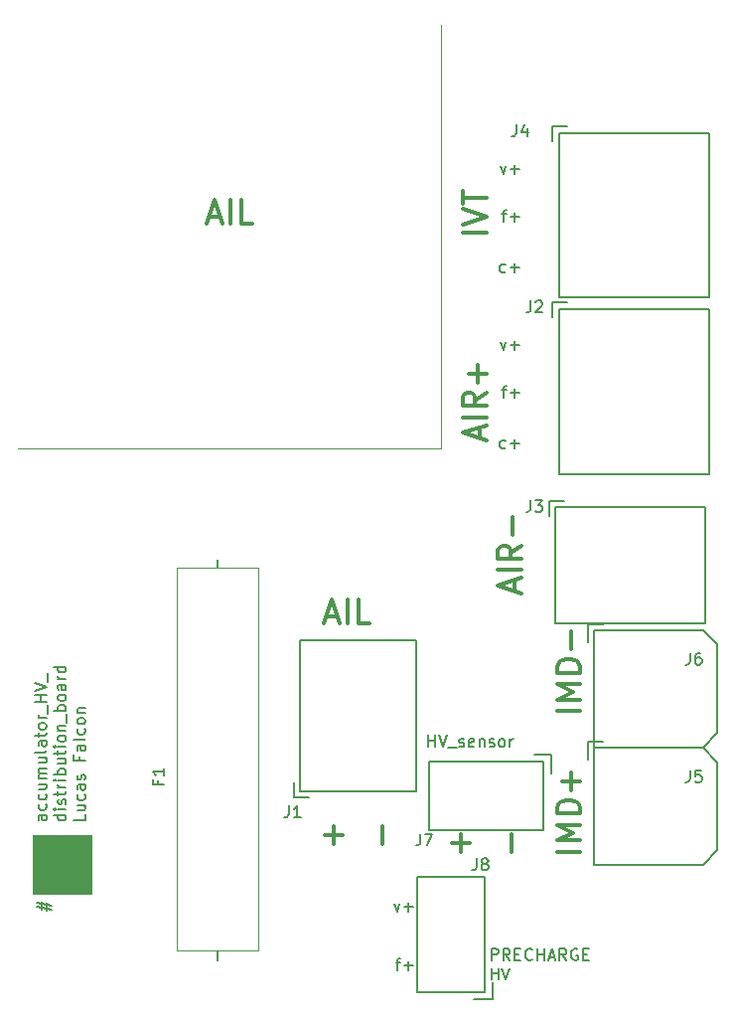
<source format=gbr>
G04 #@! TF.GenerationSoftware,KiCad,Pcbnew,(5.1.4-0)*
G04 #@! TF.CreationDate,2021-06-22T22:46:31+02:00*
G04 #@! TF.ProjectId,accumulator_HV_distribution_board,61636375-6d75-46c6-9174-6f725f48565f,rev?*
G04 #@! TF.SameCoordinates,Original*
G04 #@! TF.FileFunction,Legend,Top*
G04 #@! TF.FilePolarity,Positive*
%FSLAX46Y46*%
G04 Gerber Fmt 4.6, Leading zero omitted, Abs format (unit mm)*
G04 Created by KiCad (PCBNEW (5.1.4-0)) date 2021-06-22 22:46:31*
%MOMM*%
%LPD*%
G04 APERTURE LIST*
%ADD10C,0.300000*%
%ADD11C,0.120000*%
%ADD12C,0.150000*%
%ADD13C,0.100000*%
G04 APERTURE END LIST*
D10*
X131238095Y-56333333D02*
X132190476Y-56333333D01*
X131047619Y-56904761D02*
X131714285Y-54904761D01*
X132380952Y-56904761D01*
X133047619Y-56904761D02*
X133047619Y-54904761D01*
X134952380Y-56904761D02*
X134000000Y-56904761D01*
X134000000Y-54904761D01*
D11*
X151000000Y-76000000D02*
X115000000Y-76000000D01*
X151000000Y-40000000D02*
X151000000Y-76000000D01*
D12*
X156523928Y-75978761D02*
X156428690Y-76026380D01*
X156238214Y-76026380D01*
X156142976Y-75978761D01*
X156095357Y-75931142D01*
X156047738Y-75835904D01*
X156047738Y-75550190D01*
X156095357Y-75454952D01*
X156142976Y-75407333D01*
X156238214Y-75359714D01*
X156428690Y-75359714D01*
X156523928Y-75407333D01*
X156952500Y-75645428D02*
X157714404Y-75645428D01*
X157333452Y-76026380D02*
X157333452Y-75264476D01*
X156095357Y-66977714D02*
X156333452Y-67644380D01*
X156571547Y-66977714D01*
X156952500Y-67263428D02*
X157714404Y-67263428D01*
X157333452Y-67644380D02*
X157333452Y-66882476D01*
X156238214Y-71041714D02*
X156619166Y-71041714D01*
X156381071Y-71708380D02*
X156381071Y-70851238D01*
X156428690Y-70756000D01*
X156523928Y-70708380D01*
X156619166Y-70708380D01*
X156952500Y-71327428D02*
X157714404Y-71327428D01*
X157333452Y-71708380D02*
X157333452Y-70946476D01*
X116985714Y-115309523D02*
X116985714Y-114595238D01*
X116557142Y-115023809D02*
X117842857Y-115309523D01*
X117414285Y-114690476D02*
X117414285Y-115404761D01*
X117842857Y-114976190D02*
X116557142Y-114690476D01*
D13*
G36*
X121200000Y-114000000D02*
G01*
X116200000Y-114000000D01*
X116200000Y-109000000D01*
X121200000Y-109000000D01*
X121200000Y-114000000D01*
G37*
X121200000Y-114000000D02*
X116200000Y-114000000D01*
X116200000Y-109000000D01*
X121200000Y-109000000D01*
X121200000Y-114000000D01*
D10*
X162904761Y-110380952D02*
X160904761Y-110380952D01*
X162904761Y-109428571D02*
X160904761Y-109428571D01*
X162333333Y-108761904D01*
X160904761Y-108095238D01*
X162904761Y-108095238D01*
X162904761Y-107142857D02*
X160904761Y-107142857D01*
X160904761Y-106666666D01*
X161000000Y-106380952D01*
X161190476Y-106190476D01*
X161380952Y-106095238D01*
X161761904Y-106000000D01*
X162047619Y-106000000D01*
X162428571Y-106095238D01*
X162619047Y-106190476D01*
X162809523Y-106380952D01*
X162904761Y-106666666D01*
X162904761Y-107142857D01*
X162142857Y-105142857D02*
X162142857Y-103619047D01*
X162904761Y-104380952D02*
X161380952Y-104380952D01*
D12*
X156523928Y-60978761D02*
X156428690Y-61026380D01*
X156238214Y-61026380D01*
X156142976Y-60978761D01*
X156095357Y-60931142D01*
X156047738Y-60835904D01*
X156047738Y-60550190D01*
X156095357Y-60454952D01*
X156142976Y-60407333D01*
X156238214Y-60359714D01*
X156428690Y-60359714D01*
X156523928Y-60407333D01*
X156952500Y-60645428D02*
X157714404Y-60645428D01*
X157333452Y-61026380D02*
X157333452Y-60264476D01*
X147045357Y-114785714D02*
X147283452Y-115452380D01*
X147521547Y-114785714D01*
X147902500Y-115071428D02*
X148664404Y-115071428D01*
X148283452Y-115452380D02*
X148283452Y-114690476D01*
X147188214Y-119785714D02*
X147569166Y-119785714D01*
X147331071Y-120452380D02*
X147331071Y-119595238D01*
X147378690Y-119500000D01*
X147473928Y-119452380D01*
X147569166Y-119452380D01*
X147902500Y-120071428D02*
X148664404Y-120071428D01*
X148283452Y-120452380D02*
X148283452Y-119690476D01*
D10*
X157057142Y-108838095D02*
X157057142Y-110361904D01*
X152742857Y-110361904D02*
X152742857Y-108838095D01*
X153504761Y-109600000D02*
X151980952Y-109600000D01*
X162904761Y-98380952D02*
X160904761Y-98380952D01*
X162904761Y-97428571D02*
X160904761Y-97428571D01*
X162333333Y-96761904D01*
X160904761Y-96095238D01*
X162904761Y-96095238D01*
X162904761Y-95142857D02*
X160904761Y-95142857D01*
X160904761Y-94666666D01*
X161000000Y-94380952D01*
X161190476Y-94190476D01*
X161380952Y-94095238D01*
X161761904Y-94000000D01*
X162047619Y-94000000D01*
X162428571Y-94095238D01*
X162619047Y-94190476D01*
X162809523Y-94380952D01*
X162904761Y-94666666D01*
X162904761Y-95142857D01*
X162142857Y-93142857D02*
X162142857Y-91619047D01*
D12*
X117402380Y-107235833D02*
X116878571Y-107235833D01*
X116783333Y-107283452D01*
X116735714Y-107378690D01*
X116735714Y-107569166D01*
X116783333Y-107664404D01*
X117354761Y-107235833D02*
X117402380Y-107331071D01*
X117402380Y-107569166D01*
X117354761Y-107664404D01*
X117259523Y-107712023D01*
X117164285Y-107712023D01*
X117069047Y-107664404D01*
X117021428Y-107569166D01*
X117021428Y-107331071D01*
X116973809Y-107235833D01*
X117354761Y-106331071D02*
X117402380Y-106426309D01*
X117402380Y-106616785D01*
X117354761Y-106712023D01*
X117307142Y-106759642D01*
X117211904Y-106807261D01*
X116926190Y-106807261D01*
X116830952Y-106759642D01*
X116783333Y-106712023D01*
X116735714Y-106616785D01*
X116735714Y-106426309D01*
X116783333Y-106331071D01*
X117354761Y-105473928D02*
X117402380Y-105569166D01*
X117402380Y-105759642D01*
X117354761Y-105854880D01*
X117307142Y-105902500D01*
X117211904Y-105950119D01*
X116926190Y-105950119D01*
X116830952Y-105902500D01*
X116783333Y-105854880D01*
X116735714Y-105759642D01*
X116735714Y-105569166D01*
X116783333Y-105473928D01*
X116735714Y-104616785D02*
X117402380Y-104616785D01*
X116735714Y-105045357D02*
X117259523Y-105045357D01*
X117354761Y-104997738D01*
X117402380Y-104902500D01*
X117402380Y-104759642D01*
X117354761Y-104664404D01*
X117307142Y-104616785D01*
X117402380Y-104140595D02*
X116735714Y-104140595D01*
X116830952Y-104140595D02*
X116783333Y-104092976D01*
X116735714Y-103997738D01*
X116735714Y-103854880D01*
X116783333Y-103759642D01*
X116878571Y-103712023D01*
X117402380Y-103712023D01*
X116878571Y-103712023D02*
X116783333Y-103664404D01*
X116735714Y-103569166D01*
X116735714Y-103426309D01*
X116783333Y-103331071D01*
X116878571Y-103283452D01*
X117402380Y-103283452D01*
X116735714Y-102378690D02*
X117402380Y-102378690D01*
X116735714Y-102807261D02*
X117259523Y-102807261D01*
X117354761Y-102759642D01*
X117402380Y-102664404D01*
X117402380Y-102521547D01*
X117354761Y-102426309D01*
X117307142Y-102378690D01*
X117402380Y-101759642D02*
X117354761Y-101854880D01*
X117259523Y-101902500D01*
X116402380Y-101902500D01*
X117402380Y-100950119D02*
X116878571Y-100950119D01*
X116783333Y-100997738D01*
X116735714Y-101092976D01*
X116735714Y-101283452D01*
X116783333Y-101378690D01*
X117354761Y-100950119D02*
X117402380Y-101045357D01*
X117402380Y-101283452D01*
X117354761Y-101378690D01*
X117259523Y-101426309D01*
X117164285Y-101426309D01*
X117069047Y-101378690D01*
X117021428Y-101283452D01*
X117021428Y-101045357D01*
X116973809Y-100950119D01*
X116735714Y-100616785D02*
X116735714Y-100235833D01*
X116402380Y-100473928D02*
X117259523Y-100473928D01*
X117354761Y-100426309D01*
X117402380Y-100331071D01*
X117402380Y-100235833D01*
X117402380Y-99759642D02*
X117354761Y-99854880D01*
X117307142Y-99902500D01*
X117211904Y-99950119D01*
X116926190Y-99950119D01*
X116830952Y-99902500D01*
X116783333Y-99854880D01*
X116735714Y-99759642D01*
X116735714Y-99616785D01*
X116783333Y-99521547D01*
X116830952Y-99473928D01*
X116926190Y-99426309D01*
X117211904Y-99426309D01*
X117307142Y-99473928D01*
X117354761Y-99521547D01*
X117402380Y-99616785D01*
X117402380Y-99759642D01*
X117402380Y-98997738D02*
X116735714Y-98997738D01*
X116926190Y-98997738D02*
X116830952Y-98950119D01*
X116783333Y-98902500D01*
X116735714Y-98807261D01*
X116735714Y-98712023D01*
X117497619Y-98616785D02*
X117497619Y-97854880D01*
X117402380Y-97616785D02*
X116402380Y-97616785D01*
X116878571Y-97616785D02*
X116878571Y-97045357D01*
X117402380Y-97045357D02*
X116402380Y-97045357D01*
X116402380Y-96712023D02*
X117402380Y-96378690D01*
X116402380Y-96045357D01*
X117497619Y-95950119D02*
X117497619Y-95188214D01*
X119052380Y-107235833D02*
X118052380Y-107235833D01*
X119004761Y-107235833D02*
X119052380Y-107331071D01*
X119052380Y-107521547D01*
X119004761Y-107616785D01*
X118957142Y-107664404D01*
X118861904Y-107712023D01*
X118576190Y-107712023D01*
X118480952Y-107664404D01*
X118433333Y-107616785D01*
X118385714Y-107521547D01*
X118385714Y-107331071D01*
X118433333Y-107235833D01*
X119052380Y-106759642D02*
X118385714Y-106759642D01*
X118052380Y-106759642D02*
X118100000Y-106807261D01*
X118147619Y-106759642D01*
X118100000Y-106712023D01*
X118052380Y-106759642D01*
X118147619Y-106759642D01*
X119004761Y-106331071D02*
X119052380Y-106235833D01*
X119052380Y-106045357D01*
X119004761Y-105950119D01*
X118909523Y-105902500D01*
X118861904Y-105902500D01*
X118766666Y-105950119D01*
X118719047Y-106045357D01*
X118719047Y-106188214D01*
X118671428Y-106283452D01*
X118576190Y-106331071D01*
X118528571Y-106331071D01*
X118433333Y-106283452D01*
X118385714Y-106188214D01*
X118385714Y-106045357D01*
X118433333Y-105950119D01*
X118385714Y-105616785D02*
X118385714Y-105235833D01*
X118052380Y-105473928D02*
X118909523Y-105473928D01*
X119004761Y-105426309D01*
X119052380Y-105331071D01*
X119052380Y-105235833D01*
X119052380Y-104902500D02*
X118385714Y-104902500D01*
X118576190Y-104902500D02*
X118480952Y-104854880D01*
X118433333Y-104807261D01*
X118385714Y-104712023D01*
X118385714Y-104616785D01*
X119052380Y-104283452D02*
X118385714Y-104283452D01*
X118052380Y-104283452D02*
X118100000Y-104331071D01*
X118147619Y-104283452D01*
X118100000Y-104235833D01*
X118052380Y-104283452D01*
X118147619Y-104283452D01*
X119052380Y-103807261D02*
X118052380Y-103807261D01*
X118433333Y-103807261D02*
X118385714Y-103712023D01*
X118385714Y-103521547D01*
X118433333Y-103426309D01*
X118480952Y-103378690D01*
X118576190Y-103331071D01*
X118861904Y-103331071D01*
X118957142Y-103378690D01*
X119004761Y-103426309D01*
X119052380Y-103521547D01*
X119052380Y-103712023D01*
X119004761Y-103807261D01*
X118385714Y-102473928D02*
X119052380Y-102473928D01*
X118385714Y-102902500D02*
X118909523Y-102902500D01*
X119004761Y-102854880D01*
X119052380Y-102759642D01*
X119052380Y-102616785D01*
X119004761Y-102521547D01*
X118957142Y-102473928D01*
X118385714Y-102140595D02*
X118385714Y-101759642D01*
X118052380Y-101997738D02*
X118909523Y-101997738D01*
X119004761Y-101950119D01*
X119052380Y-101854880D01*
X119052380Y-101759642D01*
X119052380Y-101426309D02*
X118385714Y-101426309D01*
X118052380Y-101426309D02*
X118100000Y-101473928D01*
X118147619Y-101426309D01*
X118100000Y-101378690D01*
X118052380Y-101426309D01*
X118147619Y-101426309D01*
X119052380Y-100807261D02*
X119004761Y-100902500D01*
X118957142Y-100950119D01*
X118861904Y-100997738D01*
X118576190Y-100997738D01*
X118480952Y-100950119D01*
X118433333Y-100902500D01*
X118385714Y-100807261D01*
X118385714Y-100664404D01*
X118433333Y-100569166D01*
X118480952Y-100521547D01*
X118576190Y-100473928D01*
X118861904Y-100473928D01*
X118957142Y-100521547D01*
X119004761Y-100569166D01*
X119052380Y-100664404D01*
X119052380Y-100807261D01*
X118385714Y-100045357D02*
X119052380Y-100045357D01*
X118480952Y-100045357D02*
X118433333Y-99997738D01*
X118385714Y-99902500D01*
X118385714Y-99759642D01*
X118433333Y-99664404D01*
X118528571Y-99616785D01*
X119052380Y-99616785D01*
X119147619Y-99378690D02*
X119147619Y-98616785D01*
X119052380Y-98378690D02*
X118052380Y-98378690D01*
X118433333Y-98378690D02*
X118385714Y-98283452D01*
X118385714Y-98092976D01*
X118433333Y-97997738D01*
X118480952Y-97950119D01*
X118576190Y-97902500D01*
X118861904Y-97902500D01*
X118957142Y-97950119D01*
X119004761Y-97997738D01*
X119052380Y-98092976D01*
X119052380Y-98283452D01*
X119004761Y-98378690D01*
X119052380Y-97331071D02*
X119004761Y-97426309D01*
X118957142Y-97473928D01*
X118861904Y-97521547D01*
X118576190Y-97521547D01*
X118480952Y-97473928D01*
X118433333Y-97426309D01*
X118385714Y-97331071D01*
X118385714Y-97188214D01*
X118433333Y-97092976D01*
X118480952Y-97045357D01*
X118576190Y-96997738D01*
X118861904Y-96997738D01*
X118957142Y-97045357D01*
X119004761Y-97092976D01*
X119052380Y-97188214D01*
X119052380Y-97331071D01*
X119052380Y-96140595D02*
X118528571Y-96140595D01*
X118433333Y-96188214D01*
X118385714Y-96283452D01*
X118385714Y-96473928D01*
X118433333Y-96569166D01*
X119004761Y-96140595D02*
X119052380Y-96235833D01*
X119052380Y-96473928D01*
X119004761Y-96569166D01*
X118909523Y-96616785D01*
X118814285Y-96616785D01*
X118719047Y-96569166D01*
X118671428Y-96473928D01*
X118671428Y-96235833D01*
X118623809Y-96140595D01*
X119052380Y-95664404D02*
X118385714Y-95664404D01*
X118576190Y-95664404D02*
X118480952Y-95616785D01*
X118433333Y-95569166D01*
X118385714Y-95473928D01*
X118385714Y-95378690D01*
X119052380Y-94616785D02*
X118052380Y-94616785D01*
X119004761Y-94616785D02*
X119052380Y-94712023D01*
X119052380Y-94902500D01*
X119004761Y-94997738D01*
X118957142Y-95045357D01*
X118861904Y-95092976D01*
X118576190Y-95092976D01*
X118480952Y-95045357D01*
X118433333Y-94997738D01*
X118385714Y-94902500D01*
X118385714Y-94712023D01*
X118433333Y-94616785D01*
X120702380Y-107188214D02*
X120702380Y-107664404D01*
X119702380Y-107664404D01*
X120035714Y-106426309D02*
X120702380Y-106426309D01*
X120035714Y-106854880D02*
X120559523Y-106854880D01*
X120654761Y-106807261D01*
X120702380Y-106712023D01*
X120702380Y-106569166D01*
X120654761Y-106473928D01*
X120607142Y-106426309D01*
X120654761Y-105521547D02*
X120702380Y-105616785D01*
X120702380Y-105807261D01*
X120654761Y-105902500D01*
X120607142Y-105950119D01*
X120511904Y-105997738D01*
X120226190Y-105997738D01*
X120130952Y-105950119D01*
X120083333Y-105902500D01*
X120035714Y-105807261D01*
X120035714Y-105616785D01*
X120083333Y-105521547D01*
X120702380Y-104664404D02*
X120178571Y-104664404D01*
X120083333Y-104712023D01*
X120035714Y-104807261D01*
X120035714Y-104997738D01*
X120083333Y-105092976D01*
X120654761Y-104664404D02*
X120702380Y-104759642D01*
X120702380Y-104997738D01*
X120654761Y-105092976D01*
X120559523Y-105140595D01*
X120464285Y-105140595D01*
X120369047Y-105092976D01*
X120321428Y-104997738D01*
X120321428Y-104759642D01*
X120273809Y-104664404D01*
X120654761Y-104235833D02*
X120702380Y-104140595D01*
X120702380Y-103950119D01*
X120654761Y-103854880D01*
X120559523Y-103807261D01*
X120511904Y-103807261D01*
X120416666Y-103854880D01*
X120369047Y-103950119D01*
X120369047Y-104092976D01*
X120321428Y-104188214D01*
X120226190Y-104235833D01*
X120178571Y-104235833D01*
X120083333Y-104188214D01*
X120035714Y-104092976D01*
X120035714Y-103950119D01*
X120083333Y-103854880D01*
X120178571Y-102283452D02*
X120178571Y-102616785D01*
X120702380Y-102616785D02*
X119702380Y-102616785D01*
X119702380Y-102140595D01*
X120702380Y-101331071D02*
X120178571Y-101331071D01*
X120083333Y-101378690D01*
X120035714Y-101473928D01*
X120035714Y-101664404D01*
X120083333Y-101759642D01*
X120654761Y-101331071D02*
X120702380Y-101426309D01*
X120702380Y-101664404D01*
X120654761Y-101759642D01*
X120559523Y-101807261D01*
X120464285Y-101807261D01*
X120369047Y-101759642D01*
X120321428Y-101664404D01*
X120321428Y-101426309D01*
X120273809Y-101331071D01*
X120702380Y-100712023D02*
X120654761Y-100807261D01*
X120559523Y-100854880D01*
X119702380Y-100854880D01*
X120654761Y-99902500D02*
X120702380Y-99997738D01*
X120702380Y-100188214D01*
X120654761Y-100283452D01*
X120607142Y-100331071D01*
X120511904Y-100378690D01*
X120226190Y-100378690D01*
X120130952Y-100331071D01*
X120083333Y-100283452D01*
X120035714Y-100188214D01*
X120035714Y-99997738D01*
X120083333Y-99902500D01*
X120702380Y-99331071D02*
X120654761Y-99426309D01*
X120607142Y-99473928D01*
X120511904Y-99521547D01*
X120226190Y-99521547D01*
X120130952Y-99473928D01*
X120083333Y-99426309D01*
X120035714Y-99331071D01*
X120035714Y-99188214D01*
X120083333Y-99092976D01*
X120130952Y-99045357D01*
X120226190Y-98997738D01*
X120511904Y-98997738D01*
X120607142Y-99045357D01*
X120654761Y-99092976D01*
X120702380Y-99188214D01*
X120702380Y-99331071D01*
X120035714Y-98569166D02*
X120702380Y-98569166D01*
X120130952Y-98569166D02*
X120083333Y-98521547D01*
X120035714Y-98426309D01*
X120035714Y-98283452D01*
X120083333Y-98188214D01*
X120178571Y-98140595D01*
X120702380Y-98140595D01*
X156238214Y-56041714D02*
X156619166Y-56041714D01*
X156381071Y-56708380D02*
X156381071Y-55851238D01*
X156428690Y-55756000D01*
X156523928Y-55708380D01*
X156619166Y-55708380D01*
X156952500Y-56327428D02*
X157714404Y-56327428D01*
X157333452Y-56708380D02*
X157333452Y-55946476D01*
X156095357Y-51977714D02*
X156333452Y-52644380D01*
X156571547Y-51977714D01*
X156952500Y-52263428D02*
X157714404Y-52263428D01*
X157333452Y-52644380D02*
X157333452Y-51882476D01*
D10*
X146057142Y-108238095D02*
X146057142Y-109761904D01*
X141857142Y-108238095D02*
X141857142Y-109761904D01*
X141095238Y-109000000D02*
X142619047Y-109000000D01*
X141238095Y-90333333D02*
X142190476Y-90333333D01*
X141047619Y-90904761D02*
X141714285Y-88904761D01*
X142380952Y-90904761D01*
X143047619Y-90904761D02*
X143047619Y-88904761D01*
X144952380Y-90904761D02*
X144000000Y-90904761D01*
X144000000Y-88904761D01*
X154333333Y-75190476D02*
X154333333Y-74238095D01*
X154904761Y-75380952D02*
X152904761Y-74714285D01*
X154904761Y-74047619D01*
X154904761Y-73380952D02*
X152904761Y-73380952D01*
X154904761Y-71285714D02*
X153952380Y-71952380D01*
X154904761Y-72428571D02*
X152904761Y-72428571D01*
X152904761Y-71666666D01*
X153000000Y-71476190D01*
X153095238Y-71380952D01*
X153285714Y-71285714D01*
X153571428Y-71285714D01*
X153761904Y-71380952D01*
X153857142Y-71476190D01*
X153952380Y-71666666D01*
X153952380Y-72428571D01*
X154142857Y-70428571D02*
X154142857Y-68904761D01*
X154904761Y-69666666D02*
X153380952Y-69666666D01*
X157333333Y-88190476D02*
X157333333Y-87238095D01*
X157904761Y-88380952D02*
X155904761Y-87714285D01*
X157904761Y-87047619D01*
X157904761Y-86380952D02*
X155904761Y-86380952D01*
X157904761Y-84285714D02*
X156952380Y-84952380D01*
X157904761Y-85428571D02*
X155904761Y-85428571D01*
X155904761Y-84666666D01*
X156000000Y-84476190D01*
X156095238Y-84380952D01*
X156285714Y-84285714D01*
X156571428Y-84285714D01*
X156761904Y-84380952D01*
X156857142Y-84476190D01*
X156952380Y-84666666D01*
X156952380Y-85428571D01*
X157142857Y-83428571D02*
X157142857Y-81904761D01*
X154904761Y-57619047D02*
X152904761Y-57619047D01*
X152904761Y-56952380D02*
X154904761Y-56285714D01*
X152904761Y-55619047D01*
X152904761Y-55238095D02*
X152904761Y-54095238D01*
X154904761Y-54666666D02*
X152904761Y-54666666D01*
D12*
X149969166Y-101452380D02*
X149969166Y-100452380D01*
X149969166Y-100928571D02*
X150540595Y-100928571D01*
X150540595Y-101452380D02*
X150540595Y-100452380D01*
X150873928Y-100452380D02*
X151207261Y-101452380D01*
X151540595Y-100452380D01*
X151635833Y-101547619D02*
X152397738Y-101547619D01*
X152588214Y-101404761D02*
X152683452Y-101452380D01*
X152873928Y-101452380D01*
X152969166Y-101404761D01*
X153016785Y-101309523D01*
X153016785Y-101261904D01*
X152969166Y-101166666D01*
X152873928Y-101119047D01*
X152731071Y-101119047D01*
X152635833Y-101071428D01*
X152588214Y-100976190D01*
X152588214Y-100928571D01*
X152635833Y-100833333D01*
X152731071Y-100785714D01*
X152873928Y-100785714D01*
X152969166Y-100833333D01*
X153826309Y-101404761D02*
X153731071Y-101452380D01*
X153540595Y-101452380D01*
X153445357Y-101404761D01*
X153397738Y-101309523D01*
X153397738Y-100928571D01*
X153445357Y-100833333D01*
X153540595Y-100785714D01*
X153731071Y-100785714D01*
X153826309Y-100833333D01*
X153873928Y-100928571D01*
X153873928Y-101023809D01*
X153397738Y-101119047D01*
X154302500Y-100785714D02*
X154302500Y-101452380D01*
X154302500Y-100880952D02*
X154350119Y-100833333D01*
X154445357Y-100785714D01*
X154588214Y-100785714D01*
X154683452Y-100833333D01*
X154731071Y-100928571D01*
X154731071Y-101452380D01*
X155159642Y-101404761D02*
X155254880Y-101452380D01*
X155445357Y-101452380D01*
X155540595Y-101404761D01*
X155588214Y-101309523D01*
X155588214Y-101261904D01*
X155540595Y-101166666D01*
X155445357Y-101119047D01*
X155302500Y-101119047D01*
X155207261Y-101071428D01*
X155159642Y-100976190D01*
X155159642Y-100928571D01*
X155207261Y-100833333D01*
X155302500Y-100785714D01*
X155445357Y-100785714D01*
X155540595Y-100833333D01*
X156159642Y-101452380D02*
X156064404Y-101404761D01*
X156016785Y-101357142D01*
X155969166Y-101261904D01*
X155969166Y-100976190D01*
X156016785Y-100880952D01*
X156064404Y-100833333D01*
X156159642Y-100785714D01*
X156302500Y-100785714D01*
X156397738Y-100833333D01*
X156445357Y-100880952D01*
X156492976Y-100976190D01*
X156492976Y-101261904D01*
X156445357Y-101357142D01*
X156397738Y-101404761D01*
X156302500Y-101452380D01*
X156159642Y-101452380D01*
X156921547Y-101452380D02*
X156921547Y-100785714D01*
X156921547Y-100976190D02*
X156969166Y-100880952D01*
X157016785Y-100833333D01*
X157112023Y-100785714D01*
X157207261Y-100785714D01*
X155335595Y-119627380D02*
X155335595Y-118627380D01*
X155716547Y-118627380D01*
X155811785Y-118675000D01*
X155859404Y-118722619D01*
X155907023Y-118817857D01*
X155907023Y-118960714D01*
X155859404Y-119055952D01*
X155811785Y-119103571D01*
X155716547Y-119151190D01*
X155335595Y-119151190D01*
X156907023Y-119627380D02*
X156573690Y-119151190D01*
X156335595Y-119627380D02*
X156335595Y-118627380D01*
X156716547Y-118627380D01*
X156811785Y-118675000D01*
X156859404Y-118722619D01*
X156907023Y-118817857D01*
X156907023Y-118960714D01*
X156859404Y-119055952D01*
X156811785Y-119103571D01*
X156716547Y-119151190D01*
X156335595Y-119151190D01*
X157335595Y-119103571D02*
X157668928Y-119103571D01*
X157811785Y-119627380D02*
X157335595Y-119627380D01*
X157335595Y-118627380D01*
X157811785Y-118627380D01*
X158811785Y-119532142D02*
X158764166Y-119579761D01*
X158621309Y-119627380D01*
X158526071Y-119627380D01*
X158383214Y-119579761D01*
X158287976Y-119484523D01*
X158240357Y-119389285D01*
X158192738Y-119198809D01*
X158192738Y-119055952D01*
X158240357Y-118865476D01*
X158287976Y-118770238D01*
X158383214Y-118675000D01*
X158526071Y-118627380D01*
X158621309Y-118627380D01*
X158764166Y-118675000D01*
X158811785Y-118722619D01*
X159240357Y-119627380D02*
X159240357Y-118627380D01*
X159240357Y-119103571D02*
X159811785Y-119103571D01*
X159811785Y-119627380D02*
X159811785Y-118627380D01*
X160240357Y-119341666D02*
X160716547Y-119341666D01*
X160145119Y-119627380D02*
X160478452Y-118627380D01*
X160811785Y-119627380D01*
X161716547Y-119627380D02*
X161383214Y-119151190D01*
X161145119Y-119627380D02*
X161145119Y-118627380D01*
X161526071Y-118627380D01*
X161621309Y-118675000D01*
X161668928Y-118722619D01*
X161716547Y-118817857D01*
X161716547Y-118960714D01*
X161668928Y-119055952D01*
X161621309Y-119103571D01*
X161526071Y-119151190D01*
X161145119Y-119151190D01*
X162668928Y-118675000D02*
X162573690Y-118627380D01*
X162430833Y-118627380D01*
X162287976Y-118675000D01*
X162192738Y-118770238D01*
X162145119Y-118865476D01*
X162097500Y-119055952D01*
X162097500Y-119198809D01*
X162145119Y-119389285D01*
X162192738Y-119484523D01*
X162287976Y-119579761D01*
X162430833Y-119627380D01*
X162526071Y-119627380D01*
X162668928Y-119579761D01*
X162716547Y-119532142D01*
X162716547Y-119198809D01*
X162526071Y-119198809D01*
X163145119Y-119103571D02*
X163478452Y-119103571D01*
X163621309Y-119627380D02*
X163145119Y-119627380D01*
X163145119Y-118627380D01*
X163621309Y-118627380D01*
X155335595Y-121277380D02*
X155335595Y-120277380D01*
X155335595Y-120753571D02*
X155907023Y-120753571D01*
X155907023Y-121277380D02*
X155907023Y-120277380D01*
X156240357Y-120277380D02*
X156573690Y-121277380D01*
X156907023Y-120277380D01*
X173350000Y-111500000D02*
X164100000Y-111500000D01*
X174600000Y-110250000D02*
X173350000Y-111500000D01*
X164100000Y-101500000D02*
X173350000Y-101500000D01*
X164100000Y-101500000D02*
X164100000Y-111500000D01*
X173350000Y-101500000D02*
X174600000Y-102750000D01*
X174600000Y-102750000D02*
X174600000Y-110250000D01*
X163600000Y-102500000D02*
X163600000Y-101000000D01*
X163600000Y-101000000D02*
X164850000Y-101000000D01*
X163600000Y-91000000D02*
X164850000Y-91000000D01*
X163600000Y-92500000D02*
X163600000Y-91000000D01*
X174600000Y-92750000D02*
X174600000Y-100250000D01*
X173350000Y-91500000D02*
X174600000Y-92750000D01*
X164100000Y-91500000D02*
X164100000Y-101500000D01*
X164100000Y-91500000D02*
X173350000Y-91500000D01*
X174600000Y-100250000D02*
X173350000Y-101500000D01*
X173350000Y-101500000D02*
X164100000Y-101500000D01*
X138500000Y-105750000D02*
X138500000Y-104500000D01*
X139750000Y-105750000D02*
X138500000Y-105750000D01*
X139050000Y-92400000D02*
X139050000Y-105200000D01*
X148950000Y-92400000D02*
X139050000Y-92400000D01*
X148950000Y-92400000D02*
X148950000Y-105200000D01*
X139050000Y-105200000D02*
X148950000Y-105200000D01*
X161100000Y-64150000D02*
X161100000Y-78200000D01*
X173900000Y-78200000D02*
X161100000Y-78200000D01*
X173900000Y-78200000D02*
X173900000Y-64150000D01*
X173900000Y-64150000D02*
X161100000Y-64150000D01*
X160550000Y-64850000D02*
X160550000Y-63600000D01*
X160550000Y-63600000D02*
X161800000Y-63600000D01*
X160550000Y-48600000D02*
X161800000Y-48600000D01*
X160550000Y-49850000D02*
X160550000Y-48600000D01*
X173900000Y-49150000D02*
X161100000Y-49150000D01*
X173900000Y-63200000D02*
X173900000Y-49150000D01*
X173900000Y-63200000D02*
X161100000Y-63200000D01*
X161100000Y-49150000D02*
X161100000Y-63200000D01*
X155400000Y-122900000D02*
X155400000Y-121500000D01*
X153800000Y-122900000D02*
X155400000Y-122900000D01*
X149000000Y-112500000D02*
X149000000Y-122300000D01*
X154800000Y-112500000D02*
X149000000Y-112500000D01*
X154800000Y-122300000D02*
X154800000Y-112500000D01*
X149000000Y-122300000D02*
X154800000Y-122300000D01*
X160250000Y-80500000D02*
X161500000Y-80500000D01*
X160250000Y-81750000D02*
X160250000Y-80500000D01*
X173600000Y-81050000D02*
X160800000Y-81050000D01*
X173600000Y-90950000D02*
X173600000Y-81050000D01*
X173600000Y-90950000D02*
X160800000Y-90950000D01*
X160800000Y-81050000D02*
X160800000Y-90950000D01*
X160400000Y-102100000D02*
X159000000Y-102100000D01*
X160400000Y-103700000D02*
X160400000Y-102100000D01*
X150000000Y-108500000D02*
X159800000Y-108500000D01*
X150000000Y-102700000D02*
X150000000Y-108500000D01*
X159800000Y-102700000D02*
X150000000Y-102700000D01*
X159800000Y-108500000D02*
X159800000Y-102700000D01*
X132000000Y-86180000D02*
X132000000Y-85500000D01*
X132000000Y-119600000D02*
X132000000Y-118820000D01*
D11*
X128500000Y-118820000D02*
X128500000Y-86180000D01*
X128500000Y-118820000D02*
X135500000Y-118820000D01*
X135500000Y-86180000D02*
X128500000Y-86180000D01*
X135500000Y-118820000D02*
X135500000Y-86180000D01*
D12*
X172266666Y-103452380D02*
X172266666Y-104166666D01*
X172219047Y-104309523D01*
X172123809Y-104404761D01*
X171980952Y-104452380D01*
X171885714Y-104452380D01*
X173219047Y-103452380D02*
X172742857Y-103452380D01*
X172695238Y-103928571D01*
X172742857Y-103880952D01*
X172838095Y-103833333D01*
X173076190Y-103833333D01*
X173171428Y-103880952D01*
X173219047Y-103928571D01*
X173266666Y-104023809D01*
X173266666Y-104261904D01*
X173219047Y-104357142D01*
X173171428Y-104404761D01*
X173076190Y-104452380D01*
X172838095Y-104452380D01*
X172742857Y-104404761D01*
X172695238Y-104357142D01*
X172266666Y-93452380D02*
X172266666Y-94166666D01*
X172219047Y-94309523D01*
X172123809Y-94404761D01*
X171980952Y-94452380D01*
X171885714Y-94452380D01*
X173171428Y-93452380D02*
X172980952Y-93452380D01*
X172885714Y-93500000D01*
X172838095Y-93547619D01*
X172742857Y-93690476D01*
X172695238Y-93880952D01*
X172695238Y-94261904D01*
X172742857Y-94357142D01*
X172790476Y-94404761D01*
X172885714Y-94452380D01*
X173076190Y-94452380D01*
X173171428Y-94404761D01*
X173219047Y-94357142D01*
X173266666Y-94261904D01*
X173266666Y-94023809D01*
X173219047Y-93928571D01*
X173171428Y-93880952D01*
X173076190Y-93833333D01*
X172885714Y-93833333D01*
X172790476Y-93880952D01*
X172742857Y-93928571D01*
X172695238Y-94023809D01*
X138066666Y-106452380D02*
X138066666Y-107166666D01*
X138019047Y-107309523D01*
X137923809Y-107404761D01*
X137780952Y-107452380D01*
X137685714Y-107452380D01*
X139066666Y-107452380D02*
X138495238Y-107452380D01*
X138780952Y-107452380D02*
X138780952Y-106452380D01*
X138685714Y-106595238D01*
X138590476Y-106690476D01*
X138495238Y-106738095D01*
X158666666Y-63452380D02*
X158666666Y-64166666D01*
X158619047Y-64309523D01*
X158523809Y-64404761D01*
X158380952Y-64452380D01*
X158285714Y-64452380D01*
X159095238Y-63547619D02*
X159142857Y-63500000D01*
X159238095Y-63452380D01*
X159476190Y-63452380D01*
X159571428Y-63500000D01*
X159619047Y-63547619D01*
X159666666Y-63642857D01*
X159666666Y-63738095D01*
X159619047Y-63880952D01*
X159047619Y-64452380D01*
X159666666Y-64452380D01*
X157466666Y-48452380D02*
X157466666Y-49166666D01*
X157419047Y-49309523D01*
X157323809Y-49404761D01*
X157180952Y-49452380D01*
X157085714Y-49452380D01*
X158371428Y-48785714D02*
X158371428Y-49452380D01*
X158133333Y-48404761D02*
X157895238Y-49119047D01*
X158514285Y-49119047D01*
X154066666Y-110952380D02*
X154066666Y-111666666D01*
X154019047Y-111809523D01*
X153923809Y-111904761D01*
X153780952Y-111952380D01*
X153685714Y-111952380D01*
X154685714Y-111380952D02*
X154590476Y-111333333D01*
X154542857Y-111285714D01*
X154495238Y-111190476D01*
X154495238Y-111142857D01*
X154542857Y-111047619D01*
X154590476Y-111000000D01*
X154685714Y-110952380D01*
X154876190Y-110952380D01*
X154971428Y-111000000D01*
X155019047Y-111047619D01*
X155066666Y-111142857D01*
X155066666Y-111190476D01*
X155019047Y-111285714D01*
X154971428Y-111333333D01*
X154876190Y-111380952D01*
X154685714Y-111380952D01*
X154590476Y-111428571D01*
X154542857Y-111476190D01*
X154495238Y-111571428D01*
X154495238Y-111761904D01*
X154542857Y-111857142D01*
X154590476Y-111904761D01*
X154685714Y-111952380D01*
X154876190Y-111952380D01*
X154971428Y-111904761D01*
X155019047Y-111857142D01*
X155066666Y-111761904D01*
X155066666Y-111571428D01*
X155019047Y-111476190D01*
X154971428Y-111428571D01*
X154876190Y-111380952D01*
X158666666Y-80452380D02*
X158666666Y-81166666D01*
X158619047Y-81309523D01*
X158523809Y-81404761D01*
X158380952Y-81452380D01*
X158285714Y-81452380D01*
X159047619Y-80452380D02*
X159666666Y-80452380D01*
X159333333Y-80833333D01*
X159476190Y-80833333D01*
X159571428Y-80880952D01*
X159619047Y-80928571D01*
X159666666Y-81023809D01*
X159666666Y-81261904D01*
X159619047Y-81357142D01*
X159571428Y-81404761D01*
X159476190Y-81452380D01*
X159190476Y-81452380D01*
X159095238Y-81404761D01*
X159047619Y-81357142D01*
X149266666Y-108852380D02*
X149266666Y-109566666D01*
X149219047Y-109709523D01*
X149123809Y-109804761D01*
X148980952Y-109852380D01*
X148885714Y-109852380D01*
X149647619Y-108852380D02*
X150314285Y-108852380D01*
X149885714Y-109852380D01*
X126928571Y-104333333D02*
X126928571Y-104666666D01*
X127452380Y-104666666D02*
X126452380Y-104666666D01*
X126452380Y-104190476D01*
X127452380Y-103285714D02*
X127452380Y-103857142D01*
X127452380Y-103571428D02*
X126452380Y-103571428D01*
X126595238Y-103666666D01*
X126690476Y-103761904D01*
X126738095Y-103857142D01*
M02*

</source>
